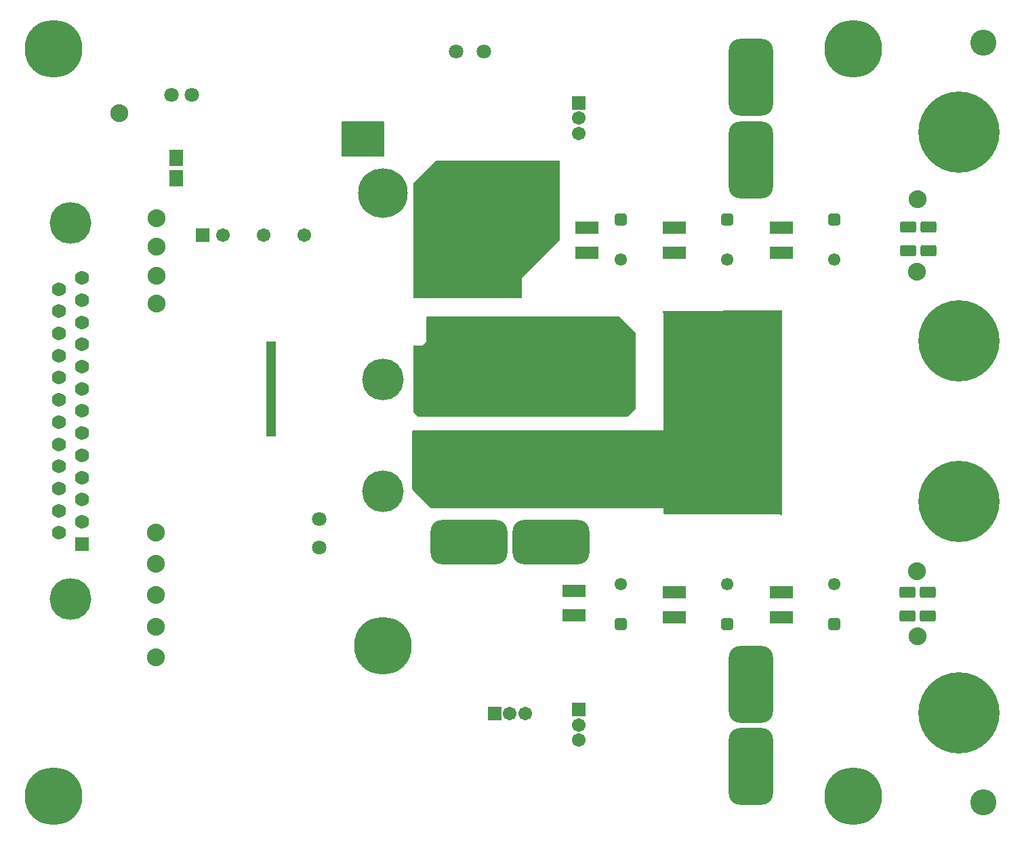
<source format=gbs>
G04*
G04 #@! TF.GenerationSoftware,Altium Limited,Altium Designer,21.3.2 (30)*
G04*
G04 Layer_Color=16711935*
%FSTAX24Y24*%
%MOIN*%
G70*
G04*
G04 #@! TF.SameCoordinates,B67C6306-A56B-4E52-B5C8-3BB335875088*
G04*
G04*
G04 #@! TF.FilePolarity,Negative*
G04*
G01*
G75*
G04:AMPARAMS|DCode=59|XSize=55.1mil|YSize=78.7mil|CornerRadius=8.7mil|HoleSize=0mil|Usage=FLASHONLY|Rotation=270.000|XOffset=0mil|YOffset=0mil|HoleType=Round|Shape=RoundedRectangle|*
%AMROUNDEDRECTD59*
21,1,0.0551,0.0614,0,0,270.0*
21,1,0.0378,0.0787,0,0,270.0*
1,1,0.0173,-0.0307,-0.0189*
1,1,0.0173,-0.0307,0.0189*
1,1,0.0173,0.0307,0.0189*
1,1,0.0173,0.0307,-0.0189*
%
%ADD59ROUNDEDRECTD59*%
%ADD85R,0.1181X0.0591*%
%ADD103C,0.2836*%
%ADD104C,0.0880*%
G04:AMPARAMS|DCode=105|XSize=378mil|YSize=218mil|CornerRadius=56.5mil|HoleSize=0mil|Usage=FLASHONLY|Rotation=0.000|XOffset=0mil|YOffset=0mil|HoleType=Round|Shape=RoundedRectangle|*
%AMROUNDEDRECTD105*
21,1,0.3780,0.1050,0,0,0.0*
21,1,0.2650,0.2180,0,0,0.0*
1,1,0.1130,0.1325,-0.0525*
1,1,0.1130,-0.1325,-0.0525*
1,1,0.1130,-0.1325,0.0525*
1,1,0.1130,0.1325,0.0525*
%
%ADD105ROUNDEDRECTD105*%
%ADD106C,0.0474*%
%ADD107C,0.0671*%
%ADD108R,0.0671X0.0671*%
%ADD109C,0.0709*%
G04:AMPARAMS|DCode=110|XSize=378mil|YSize=218mil|CornerRadius=56.5mil|HoleSize=0mil|Usage=FLASHONLY|Rotation=270.000|XOffset=0mil|YOffset=0mil|HoleType=Round|Shape=RoundedRectangle|*
%AMROUNDEDRECTD110*
21,1,0.3780,0.1050,0,0,270.0*
21,1,0.2650,0.2180,0,0,270.0*
1,1,0.1130,-0.0525,-0.1325*
1,1,0.1130,-0.0525,0.1325*
1,1,0.1130,0.0525,0.1325*
1,1,0.1130,0.0525,-0.1325*
%
%ADD110ROUNDEDRECTD110*%
%ADD111R,0.0671X0.0671*%
%ADD112R,0.0709X0.0787*%
%ADD113R,0.0694X0.0694*%
%ADD114C,0.0694*%
%ADD115C,0.2049*%
%ADD116C,0.2442*%
%ADD117C,0.0610*%
G04:AMPARAMS|DCode=118|XSize=61mil|YSize=61mil|CornerRadius=16.7mil|HoleSize=0mil|Usage=FLASHONLY|Rotation=270.000|XOffset=0mil|YOffset=0mil|HoleType=Round|Shape=RoundedRectangle|*
%AMROUNDEDRECTD118*
21,1,0.0610,0.0276,0,0,270.0*
21,1,0.0276,0.0610,0,0,270.0*
1,1,0.0335,-0.0138,-0.0138*
1,1,0.0335,-0.0138,0.0138*
1,1,0.0335,0.0138,0.0138*
1,1,0.0335,0.0138,-0.0138*
%
%ADD118ROUNDEDRECTD118*%
%ADD119C,0.1280*%
%ADD120C,0.3996*%
%ADD121R,0.0480X0.4680*%
G36*
X053145Y05258D02*
X05315Y052579D01*
X053155Y052577D01*
X05316Y052575D01*
X053164Y052572D01*
X053168Y052568D01*
X053172Y052564D01*
X053175Y05256D01*
X053177Y052555D01*
X053179Y05255D01*
X05318Y052545D01*
X05318Y05254D01*
Y05093D01*
X05318Y050925D01*
X053179Y05092D01*
X053177Y050915D01*
X053175Y05091D01*
X053172Y050906D01*
X053168Y050902D01*
X053138Y050872D01*
X053134Y050868D01*
X05313Y050865D01*
X053125Y050863D01*
X05312Y050861D01*
X053115Y05086D01*
X05311Y05086D01*
X05112D01*
X051115Y05086D01*
X05111Y050861D01*
X051105Y050863D01*
X0511Y050865D01*
X051096Y050868D01*
X051092Y050872D01*
X051088Y050876D01*
X051085Y05088D01*
X051083Y050885D01*
X051081Y05089D01*
X05108Y050895D01*
X05108Y0509D01*
Y05253D01*
X05108Y052535D01*
X051081Y05254D01*
X051083Y052545D01*
X051085Y05255D01*
X051088Y052554D01*
X051092Y052558D01*
X051102Y052568D01*
X051106Y052572D01*
X05111Y052575D01*
X051115Y052577D01*
X05112Y052579D01*
X051125Y05258D01*
X05113Y05258D01*
X05314D01*
X053145Y05258D01*
D02*
G37*
G36*
X0618Y04675D02*
X05995Y0449D01*
Y0439D01*
X0546D01*
X0546Y04955D01*
X0557Y05065D01*
X0618Y05065D01*
X0618Y04675D01*
D02*
G37*
G36*
X072723Y04329D02*
X072725Y04329D01*
X072725Y04329D01*
X072725Y04329D01*
X072728Y043289D01*
X07273Y043289D01*
X07273Y043289D01*
X07273Y043289D01*
X072733Y043288D01*
X072735Y043287D01*
X072735Y043287D01*
X072735Y043287D01*
X072738Y043286D01*
X07274Y043285D01*
X07274Y043285D01*
X07274Y043285D01*
X072742Y043283D01*
X072744Y043282D01*
X072744Y043282D01*
X072744Y043282D01*
X072746Y04328D01*
X072748Y043278D01*
X072748Y043278D01*
X072748Y043278D01*
X07275Y043276D01*
X072752Y043275D01*
X072752Y043274D01*
X072752Y043274D01*
X072753Y043272D01*
X072755Y04327D01*
X072755Y04327D01*
X072755Y04327D01*
X072756Y043268D01*
X072757Y043266D01*
X072757Y043265D01*
X072757Y043265D01*
X072758Y043263D01*
X072759Y043261D01*
X072759Y04326D01*
X072759Y04326D01*
X072759Y043258D01*
X07276Y043255D01*
X07276Y043255D01*
X07276Y043255D01*
X07276Y043253D01*
X07276Y04325D01*
X07276Y04325D01*
X07276Y04325D01*
Y03326D01*
X07276Y033255D01*
X072759Y03325D01*
X072757Y033245D01*
X072755Y03324D01*
X072752Y033236D01*
X072748Y033232D01*
X072728Y033212D01*
X072724Y033208D01*
X07272Y033205D01*
X072715Y033203D01*
X07271Y033201D01*
X072705Y0332D01*
X0727Y0332D01*
X072695Y0332D01*
X07269Y033201D01*
X072685Y033203D01*
X07268Y033205D01*
X072676Y033208D01*
X072672Y033212D01*
X072623Y03326D01*
X06697D01*
X066965Y03326D01*
X06696Y033261D01*
X066955Y033263D01*
X06695Y033265D01*
X066946Y033268D01*
X066942Y033272D01*
X066938Y033276D01*
X066935Y03328D01*
X066933Y033285D01*
X066931Y03329D01*
X06693Y033295D01*
X06693Y0333D01*
Y03356D01*
X0555Y03356D01*
X055495Y03356D01*
X05549Y033561D01*
X055485Y033563D01*
X05548Y033565D01*
X055476Y033568D01*
X055472Y033572D01*
X054572Y034472D01*
X054568Y034476D01*
X054565Y03448D01*
X054563Y034485D01*
X054561Y03449D01*
X05456Y034495D01*
X05456Y0345D01*
X05456Y03735D01*
X05456Y037355D01*
X054561Y03736D01*
X054563Y037365D01*
X054565Y03737D01*
X054568Y037374D01*
X054572Y037378D01*
X054576Y037382D01*
X05458Y037385D01*
X054585Y037387D01*
X05459Y037389D01*
X054595Y03739D01*
X0546Y03739D01*
X06693Y03739D01*
Y043153D01*
X066892Y043192D01*
X06689Y043194D01*
X066888Y043195D01*
X066888Y043196D01*
X066888Y043196D01*
X066887Y043198D01*
X066885Y0432D01*
X066885Y0432D01*
X066885Y0432D01*
X066884Y043202D01*
X066883Y043204D01*
X066883Y043205D01*
X066883Y043205D01*
X066882Y043207D01*
X066881Y043209D01*
X066881Y04321D01*
X066881Y04321D01*
X066881Y043212D01*
X06688Y043215D01*
X06688Y043215D01*
X06688Y043215D01*
X06688Y043217D01*
X06688Y04322D01*
X06688Y04322D01*
X06688Y04322D01*
X06688Y043222D01*
X06688Y043225D01*
X06688Y043225D01*
X06688Y043225D01*
X066881Y043228D01*
X066881Y04323D01*
X066881Y04323D01*
X066881Y04323D01*
X066882Y043233D01*
X066883Y043235D01*
X066883Y043235D01*
X066883Y043235D01*
X066884Y043238D01*
X066885Y04324D01*
X066885Y04324D01*
X066885Y04324D01*
X066887Y043242D01*
X066888Y043244D01*
X066888Y043244D01*
X066888Y043244D01*
X06689Y043246D01*
X066892Y043248D01*
X066892Y043248D01*
X066892Y043248D01*
X066893Y04325D01*
X066895Y043252D01*
X066896Y043252D01*
X066896Y043252D01*
X066898Y043253D01*
X0669Y043255D01*
X0669Y043255D01*
X0669Y043255D01*
X066902Y043256D01*
X066904Y043257D01*
X066905Y043257D01*
X066905Y043257D01*
X066907Y043258D01*
X066909Y043259D01*
X06691Y043259D01*
X06691Y043259D01*
X066912Y043259D01*
X066915Y04326D01*
X066915Y04326D01*
X066915Y04326D01*
X066917Y04326D01*
X06692Y04326D01*
X07272Y04329D01*
X07272Y04329D01*
X07272Y04329D01*
X072723Y04329D01*
D02*
G37*
G36*
X06555Y0422D02*
Y03845D01*
X06515Y03805D01*
X05485D01*
X0546Y0383D01*
Y04155D01*
X05505Y04155D01*
X05525Y04175D01*
X05525Y04295D01*
X0553Y043D01*
X06475D01*
X06555Y0422D01*
D02*
G37*
D59*
X07995Y046219D02*
D03*
Y0474D02*
D03*
X0799Y029431D02*
D03*
Y02825D02*
D03*
X0789D02*
D03*
Y029431D02*
D03*
X07895Y0474D02*
D03*
Y046219D02*
D03*
D85*
X06315Y04735D02*
D03*
Y04613D02*
D03*
X0625Y02828D02*
D03*
Y0295D02*
D03*
X06745Y02942D02*
D03*
Y0282D02*
D03*
X0727Y02942D02*
D03*
Y0282D02*
D03*
Y04613D02*
D03*
Y04735D02*
D03*
X06745Y04613D02*
D03*
Y04735D02*
D03*
D103*
X07625Y0194D02*
D03*
X0531Y0268D02*
D03*
X0369Y0194D02*
D03*
Y05615D02*
D03*
X07625D02*
D03*
D104*
X079387Y03045D02*
D03*
X079387Y0452D02*
D03*
X0794Y04875D02*
D03*
X04194Y03235D02*
D03*
X04194Y03083D02*
D03*
Y02928D02*
D03*
Y02773D02*
D03*
Y02622D02*
D03*
X04197Y04361D02*
D03*
Y04499D02*
D03*
Y04641D02*
D03*
Y04781D02*
D03*
X0794Y02725D02*
D03*
X04015Y053D02*
D03*
D105*
X061399Y0319D02*
D03*
X05735D02*
D03*
D106*
X06007Y032512D02*
D03*
X060533Y032682D02*
D03*
X061058D02*
D03*
X061583D02*
D03*
X062108D02*
D03*
X062571Y032512D02*
D03*
X062857Y032118D02*
D03*
Y031632D02*
D03*
X062571Y031238D02*
D03*
X062108Y031068D02*
D03*
X061583D02*
D03*
X061058D02*
D03*
X06007Y031238D02*
D03*
X059784Y031632D02*
D03*
X058634Y032512D02*
D03*
X058171Y032682D02*
D03*
X057646D02*
D03*
X057121D02*
D03*
X056596D02*
D03*
X056133Y032512D02*
D03*
X055847Y032118D02*
D03*
Y031632D02*
D03*
X056133Y031238D02*
D03*
X056596Y031068D02*
D03*
X057121D02*
D03*
X057646D02*
D03*
X058171D02*
D03*
X058634Y031238D02*
D03*
X05892Y031632D02*
D03*
Y032118D02*
D03*
X059784D02*
D03*
X060533Y031068D02*
D03*
X071812Y02218D02*
D03*
X071982Y021717D02*
D03*
Y021192D02*
D03*
Y020667D02*
D03*
Y020142D02*
D03*
X071812Y019679D02*
D03*
X071418Y019393D02*
D03*
X070932D02*
D03*
X070538Y019679D02*
D03*
X070368Y020142D02*
D03*
Y020667D02*
D03*
Y021192D02*
D03*
X070538Y02218D02*
D03*
X070932Y022466D02*
D03*
X071812Y023616D02*
D03*
X071982Y024079D02*
D03*
Y024604D02*
D03*
Y025129D02*
D03*
Y025654D02*
D03*
X071812Y026117D02*
D03*
X071418Y026403D02*
D03*
X070932D02*
D03*
X070538Y026117D02*
D03*
X070368Y025654D02*
D03*
Y025129D02*
D03*
Y024604D02*
D03*
Y024079D02*
D03*
X070538Y023616D02*
D03*
X070932Y02333D02*
D03*
X071418D02*
D03*
Y022466D02*
D03*
X070368Y021717D02*
D03*
X071812Y052029D02*
D03*
X071982Y051566D02*
D03*
Y051041D02*
D03*
Y050516D02*
D03*
Y049991D02*
D03*
X071812Y049528D02*
D03*
X071418Y049243D02*
D03*
X070932D02*
D03*
X070538Y049528D02*
D03*
X070368Y049991D02*
D03*
Y050516D02*
D03*
Y051041D02*
D03*
X070538Y052029D02*
D03*
X070932Y052315D02*
D03*
X071812Y053465D02*
D03*
X071982Y053928D02*
D03*
Y054453D02*
D03*
Y054978D02*
D03*
Y055503D02*
D03*
X071812Y055966D02*
D03*
X071418Y056252D02*
D03*
X070932D02*
D03*
X070538Y055966D02*
D03*
X070368Y055503D02*
D03*
Y054978D02*
D03*
Y054453D02*
D03*
Y053928D02*
D03*
X070538Y053465D02*
D03*
X070932Y05318D02*
D03*
X071418D02*
D03*
Y052315D02*
D03*
X070368Y051566D02*
D03*
D107*
X060104Y02345D02*
D03*
X059352D02*
D03*
X06275Y022146D02*
D03*
Y022898D02*
D03*
X04524Y04698D02*
D03*
X04724D02*
D03*
X04924D02*
D03*
X06275Y051995D02*
D03*
Y052747D02*
D03*
D108*
X0586Y02345D02*
D03*
X04424Y04698D02*
D03*
D109*
X0427Y05389D02*
D03*
X0437D02*
D03*
X04998Y031631D02*
D03*
Y033009D02*
D03*
X058079Y05603D02*
D03*
X056701D02*
D03*
D110*
X0712Y020851D02*
D03*
Y0249D02*
D03*
Y0507D02*
D03*
Y054749D02*
D03*
D111*
X06275Y02365D02*
D03*
Y053499D02*
D03*
D112*
X04296Y05078D02*
D03*
Y04978D02*
D03*
D113*
X0383Y0318D02*
D03*
D114*
Y032891D02*
D03*
Y033981D02*
D03*
Y035072D02*
D03*
Y036162D02*
D03*
Y037253D02*
D03*
Y038343D02*
D03*
Y039434D02*
D03*
Y040524D02*
D03*
Y041615D02*
D03*
Y042706D02*
D03*
Y043796D02*
D03*
X037182Y032345D02*
D03*
Y033436D02*
D03*
Y034526D02*
D03*
Y035617D02*
D03*
Y036707D02*
D03*
Y037798D02*
D03*
Y038889D02*
D03*
Y039979D02*
D03*
Y04107D02*
D03*
Y043251D02*
D03*
Y044341D02*
D03*
Y04216D02*
D03*
X0383Y044887D02*
D03*
D115*
X037741Y047603D02*
D03*
Y029083D02*
D03*
X0531Y0399D02*
D03*
Y0344D02*
D03*
D116*
Y04905D02*
D03*
D117*
X0753Y029818D02*
D03*
X07005D02*
D03*
X0648D02*
D03*
X0753Y045781D02*
D03*
X07005D02*
D03*
X0648D02*
D03*
D118*
X0753Y02785D02*
D03*
X07005D02*
D03*
X0648D02*
D03*
X0753Y04775D02*
D03*
X07005D02*
D03*
X0648D02*
D03*
D119*
X08265Y0191D02*
D03*
Y05645D02*
D03*
D120*
X08145Y05205D02*
D03*
Y0418D02*
D03*
Y0339D02*
D03*
Y0235D02*
D03*
D121*
X04762Y03941D02*
D03*
M02*

</source>
